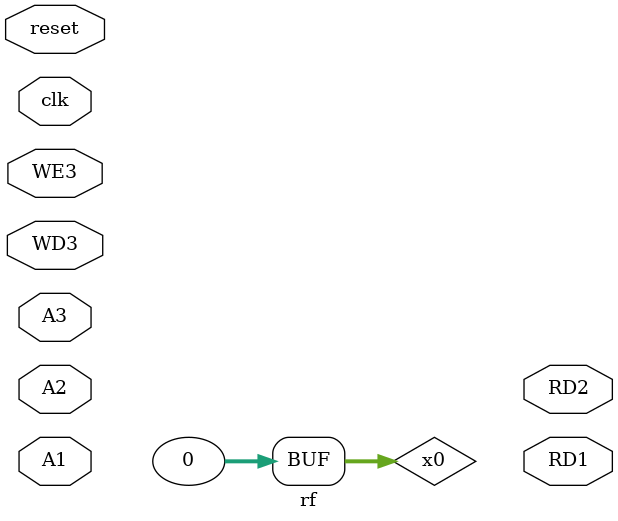
<source format=v>
`timescale 1ns / 1ps


module rf(input clk, reset,
          input [4:0] A1, A2, A3,
          input [31:0] WD3,
          input WE3,
          output [31:0] RD1, RD2);
    
    //Temporary values for outputs while in always statements
    reg [31:0] TempRD1, TempRD2;
    
    //Signals to hold the values of the created registers at all times
    reg [31:0] x1, x2, x3, x4, x5, x6, x7, x8, x9, x10, x11, x12, x13, x14, x15;
    reg [31:0] x16, x17, x18, x19, x20, x21, x22, x23, x24, x25, x26, x27, x28, x29, x30, x31;
    
    //Make value for zero register wire to allow constant assignment of 0
    wire [31:0] x0;
    
    //will enable writing to register that matches index of the active bit
    wire [30:0] en;
    
    //Initalize the registers
    
    //Zero register
    assign x0 = 32'b0;
    
    //Return address register
    flop ra(clk, en[0], reset, WD3, x1);
    
    //Stack pointer
    flop sp(clk, en[1], reset, WD3, x2);  
    
    //Global pointer
    flop gp(clk, en[2], reset, WD3, x3);
    
    //Thread pointer
    flop tp(clk, en[3], reset, WD3, x4);
    
    //Temporary registers
    flop t0(clk, en[4], reset, WD3, x5);
    flop t1(clk, en[5], reset, WD3, x6);
    flop t2(clk, en[6], reset, WD3, x7);
    flop t3(clk, en[27], reset, WD3, x28);
    flop t4(clk, en[28], reset, WD3, x29);
    flop t5(clk, en[29], reset, WD3, x30);
    flop t6(clk, en[30], reset, WD3, x31);
    
    //Saved register/Frame pointer
    flop s0(clk, en[7], reset, WD3, x8);
    
    //Saved registers
    flop s1(clk, en[8], reset, WD3, x9);
    flop s2(clk, en[17], reset, WD3, x18);
    flop s3(clk, en[18], reset, WD3, x19);
    flop s4(clk, en[19], reset, WD3, x20);
    flop s5(clk, en[20], reset, WD3, x21);
    flop s6(clk, en[21], reset, WD3, x22);
    flop s7(clk, en[22], reset, WD3, x23);
    flop s8(clk, en[23], reset, WD3, x24);
    flop s9(clk, en[24], reset, WD3, x25);
    flop s10(clk, en[25], reset, WD3, x26);
    flop s11(clk, en[26], reset, WD3, x27);
    
    //Function arguments and return values
    flop a0(clk, en[9], reset, WD3, x10);
    flop a1(clk, en[10], reset, WD3, x11);
    flop a2(clk, en[11], reset, WD3, x12);
    flop a3(clk, en[12], reset, WD3, x13);
    flop a4(clk, en[13], reset, WD3, x14);
    flop a5(clk, en[14], reset, WD3, x15);
    flop a6(clk, en[15], reset, WD3, x16);
    flop a7(clk, en[16], reset, WD3, x17);
    
    //Reading logic
    
          
          
endmodule

</source>
